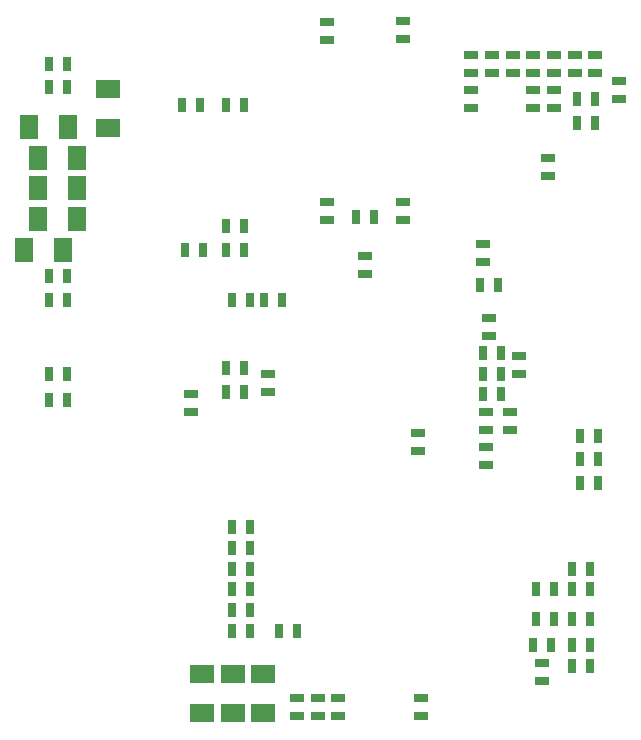
<source format=gbp>
G04 #@! TF.FileFunction,Paste,Bot*
%FSLAX46Y46*%
G04 Gerber Fmt 4.6, Leading zero omitted, Abs format (unit mm)*
G04 Created by KiCad (PCBNEW 4.0.6) date 07/07/17 00:51:22*
%MOMM*%
%LPD*%
G01*
G04 APERTURE LIST*
%ADD10C,0.100000*%
%ADD11R,0.635000X1.143000*%
%ADD12R,1.143000X0.635000*%
%ADD13R,2.032000X1.524000*%
%ADD14R,1.524000X2.032000*%
G04 APERTURE END LIST*
D10*
D11*
X207738000Y-135500000D03*
X209262000Y-135500000D03*
X234762000Y-138500000D03*
X233238000Y-138500000D03*
D12*
X238500000Y-90012000D03*
X238500000Y-88488000D03*
X228000000Y-91488000D03*
X228000000Y-93012000D03*
X233250000Y-91488000D03*
X233250000Y-93012000D03*
X235000000Y-91488000D03*
X235000000Y-93012000D03*
D11*
X236488000Y-133750000D03*
X238012000Y-133750000D03*
X238512000Y-94250000D03*
X236988000Y-94250000D03*
X238512000Y-92250000D03*
X236988000Y-92250000D03*
D12*
X240500000Y-92262000D03*
X240500000Y-90738000D03*
D11*
X236488000Y-140250000D03*
X238012000Y-140250000D03*
X233488000Y-136250000D03*
X235012000Y-136250000D03*
D12*
X223750000Y-142988000D03*
X223750000Y-144512000D03*
D11*
X233488000Y-133750000D03*
X235012000Y-133750000D03*
X230512000Y-113750000D03*
X228988000Y-113750000D03*
D12*
X231250000Y-120262000D03*
X231250000Y-118738000D03*
D11*
X230512000Y-115500000D03*
X228988000Y-115500000D03*
D12*
X229250000Y-123262000D03*
X229250000Y-121738000D03*
X229500000Y-112262000D03*
X229500000Y-110738000D03*
X229000000Y-104488000D03*
X229000000Y-106012000D03*
D11*
X238012000Y-138500000D03*
X236488000Y-138500000D03*
D12*
X232000000Y-113988000D03*
X232000000Y-115512000D03*
X234500000Y-98762000D03*
X234500000Y-97238000D03*
D11*
X207238000Y-115000000D03*
X208762000Y-115000000D03*
X203738000Y-105000000D03*
X205262000Y-105000000D03*
X203488000Y-92750000D03*
X205012000Y-92750000D03*
X236488000Y-136250000D03*
X238012000Y-136250000D03*
X207738000Y-130250000D03*
X209262000Y-130250000D03*
D12*
X219000000Y-107012000D03*
X219000000Y-105488000D03*
D11*
X236488000Y-132000000D03*
X238012000Y-132000000D03*
X218238000Y-102250000D03*
X219762000Y-102250000D03*
X209262000Y-128500000D03*
X207738000Y-128500000D03*
D12*
X215000000Y-142988000D03*
X215000000Y-144512000D03*
D11*
X230262000Y-108000000D03*
X228738000Y-108000000D03*
X237238000Y-124750000D03*
X238762000Y-124750000D03*
D12*
X216750000Y-144512000D03*
X216750000Y-142988000D03*
X213250000Y-142988000D03*
X213250000Y-144512000D03*
D11*
X207738000Y-137250000D03*
X209262000Y-137250000D03*
X207738000Y-133750000D03*
X209262000Y-133750000D03*
D12*
X234000000Y-139988000D03*
X234000000Y-141512000D03*
D11*
X209262000Y-132000000D03*
X207738000Y-132000000D03*
D12*
X235000000Y-88488000D03*
X235000000Y-90012000D03*
X233250000Y-88488000D03*
X233250000Y-90012000D03*
X228000000Y-88488000D03*
X228000000Y-90012000D03*
X229750000Y-88488000D03*
X229750000Y-90012000D03*
X231500000Y-88488000D03*
X231500000Y-90012000D03*
X236750000Y-88488000D03*
X236750000Y-90012000D03*
D11*
X230512000Y-117250000D03*
X228988000Y-117250000D03*
D12*
X229250000Y-120262000D03*
X229250000Y-118738000D03*
X223500000Y-122012000D03*
X223500000Y-120488000D03*
D11*
X212012000Y-109250000D03*
X210488000Y-109250000D03*
X207738000Y-109250000D03*
X209262000Y-109250000D03*
D12*
X210750000Y-117012000D03*
X210750000Y-115488000D03*
D11*
X207238000Y-103000000D03*
X208762000Y-103000000D03*
X207238000Y-117000000D03*
X208762000Y-117000000D03*
X193762000Y-117750000D03*
X192238000Y-117750000D03*
X192238000Y-115500000D03*
X193762000Y-115500000D03*
D12*
X204250000Y-117238000D03*
X204250000Y-118762000D03*
D11*
X213262000Y-137250000D03*
X211738000Y-137250000D03*
X207238000Y-105000000D03*
X208762000Y-105000000D03*
X193762000Y-109250000D03*
X192238000Y-109250000D03*
X192238000Y-107250000D03*
X193762000Y-107250000D03*
X207238000Y-92750000D03*
X208762000Y-92750000D03*
X193762000Y-91250000D03*
X192238000Y-91250000D03*
X192238000Y-89250000D03*
X193762000Y-89250000D03*
D12*
X215750000Y-85738000D03*
X215750000Y-87262000D03*
X222250000Y-85638000D03*
X222250000Y-87162000D03*
X215750000Y-100988000D03*
X215750000Y-102512000D03*
X222250000Y-100988000D03*
X222250000Y-102512000D03*
D11*
X237238000Y-122750000D03*
X238762000Y-122750000D03*
X237238000Y-120750000D03*
X238762000Y-120750000D03*
D13*
X205200000Y-144251000D03*
X205200000Y-140949000D03*
X207800000Y-144251000D03*
X207800000Y-140949000D03*
X210400000Y-140949000D03*
X210400000Y-144251000D03*
D14*
X193851000Y-94600000D03*
X190549000Y-94600000D03*
D13*
X197200000Y-91349000D03*
X197200000Y-94651000D03*
D14*
X194651000Y-97200000D03*
X191349000Y-97200000D03*
X194651000Y-99800000D03*
X191349000Y-99800000D03*
X193451000Y-105000000D03*
X190149000Y-105000000D03*
X194651000Y-102400000D03*
X191349000Y-102400000D03*
M02*

</source>
